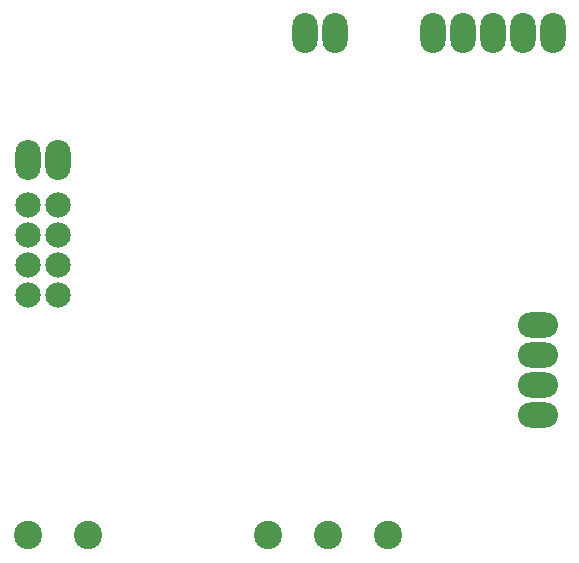
<source format=gbs>
G04 #@! TF.FileFunction,Soldermask,Bot*
%FSLAX46Y46*%
G04 Gerber Fmt 4.6, Leading zero omitted, Abs format (unit mm)*
G04 Created by KiCad (PCBNEW 4.0.2-stable) date 28/03/2016 12:56:49*
%MOMM*%
G01*
G04 APERTURE LIST*
%ADD10C,0.100000*%
%ADD11C,2.400000*%
%ADD12O,2.150000X3.400000*%
%ADD13C,2.150000*%
%ADD14O,3.400000X2.150000*%
G04 APERTURE END LIST*
D10*
D11*
X108700000Y-145270000D03*
X103620000Y-145270000D03*
X134100000Y-145270000D03*
X129020000Y-145270000D03*
X123940000Y-145270000D03*
D12*
X129655000Y-102725000D03*
X127115000Y-102725000D03*
X148070000Y-102725000D03*
X140450000Y-102725000D03*
X137910000Y-102725000D03*
X142990000Y-102725000D03*
X145530000Y-102725000D03*
D13*
X103620000Y-117330000D03*
X106160000Y-117330000D03*
X106160000Y-124950000D03*
X103620000Y-124950000D03*
X103620000Y-122410000D03*
X106160000Y-122410000D03*
X106160000Y-119870000D03*
X103620000Y-119870000D03*
D12*
X106160000Y-113520000D03*
X103620000Y-113520000D03*
D14*
X146800000Y-132570000D03*
X146800000Y-135110000D03*
X146800000Y-130030000D03*
X146800000Y-127490000D03*
M02*

</source>
